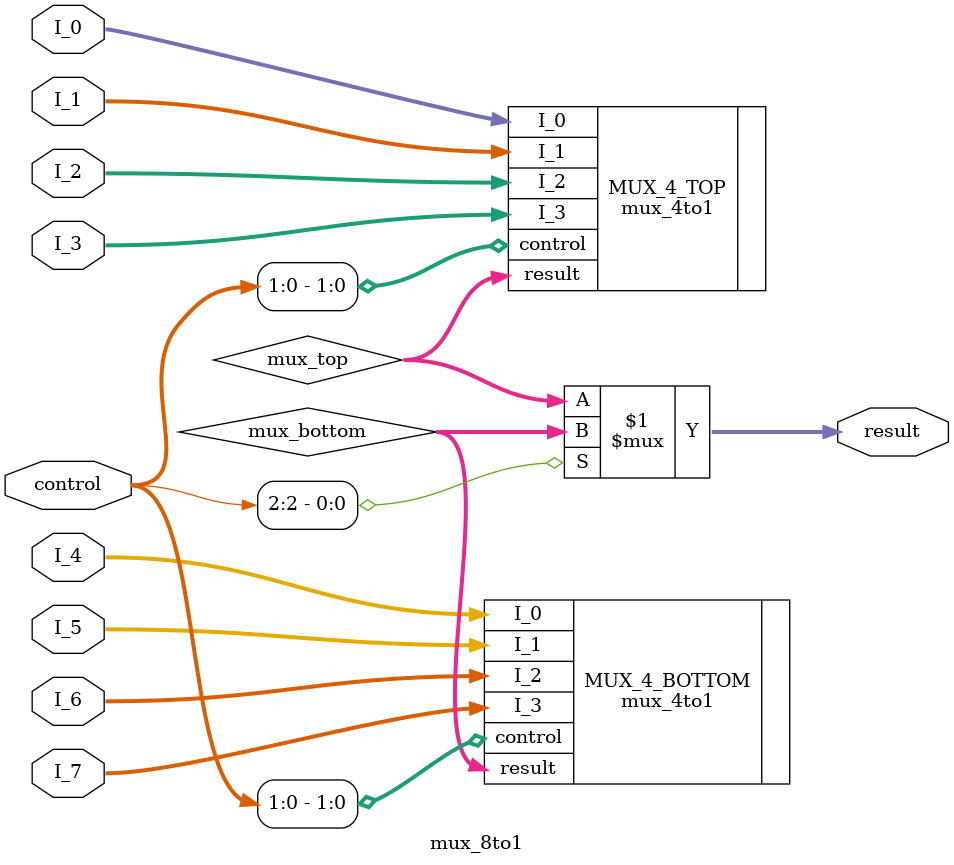
<source format=v>
`timescale 1ns / 1ps
`default_nettype none //helps catch typo-related bugs
module mux_8to1(I_0,I_1,I_2,I_3,I_4,I_5,I_6,I_7,control,result);

	//parameter definitions
   parameter WIDTH = 32; 
	
	//port definitions - customize for different bit widths
	input wire [(WIDTH - 1) : 0]  I_0, I_1, I_2, I_3, I_4, I_5, I_6, I_7; 
   input wire [2 : 0] control;
	output wire[(WIDTH - 1) : 0] result;
	wire [(WIDTH - 1) : 0] mux_top, mux_bottom;
	
	mux_4to1 #(.WIDTH(WIDTH)) MUX_4_TOP(.I_0(I_0), .I_1(I_1), .I_2(I_2), .I_3(I_3),
	  .control(control[1:0]), .result(mux_top)); 
	  
   mux_4to1 #(.WIDTH(WIDTH)) MUX_4_BOTTOM(.I_0(I_4), .I_1(I_5), .I_2(I_6), .I_3(I_7),
	  .control(control[1:0]), .result(mux_bottom)); 
	  
	assign result = control[2]? mux_bottom : mux_top; 
	
	
endmodule
`default_nettype wire //some Xilinx IP requires that the default_nettype be set to wire

</source>
